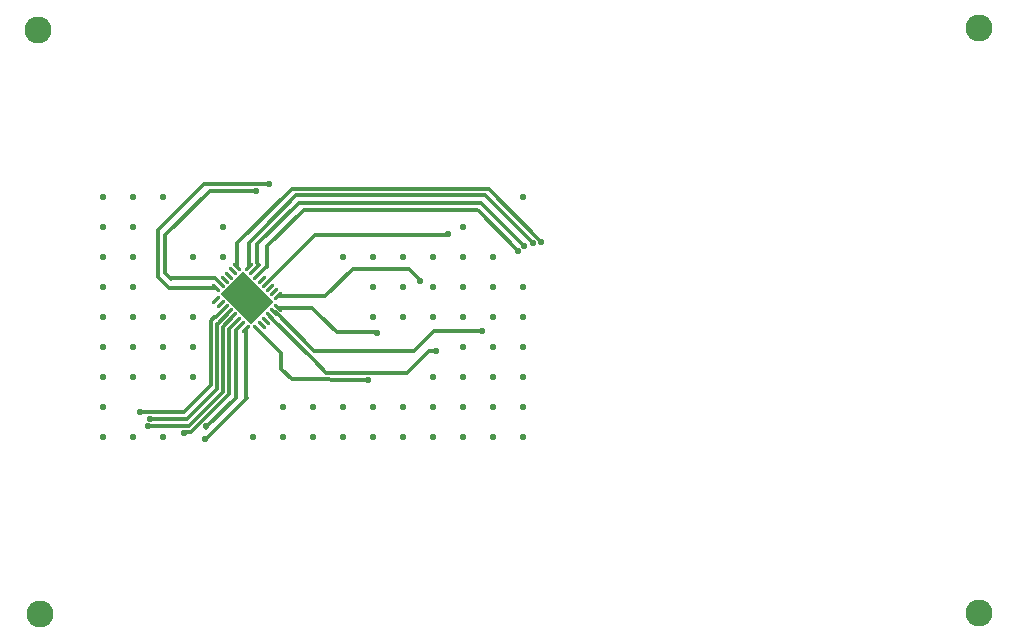
<source format=gbr>
%TF.GenerationSoftware,KiCad,Pcbnew,7.0.8*%
%TF.CreationDate,2023-11-15T14:15:30+01:00*%
%TF.ProjectId,tarjeta-rev1,7461726a-6574-4612-9d72-6576312e6b69,rev?*%
%TF.SameCoordinates,Original*%
%TF.FileFunction,Copper,L1,Top*%
%TF.FilePolarity,Positive*%
%FSLAX46Y46*%
G04 Gerber Fmt 4.6, Leading zero omitted, Abs format (unit mm)*
G04 Created by KiCad (PCBNEW 7.0.8) date 2023-11-15 14:15:30*
%MOMM*%
%LPD*%
G01*
G04 APERTURE LIST*
G04 Aperture macros list*
%AMRoundRect*
0 Rectangle with rounded corners*
0 $1 Rounding radius*
0 $2 $3 $4 $5 $6 $7 $8 $9 X,Y pos of 4 corners*
0 Add a 4 corners polygon primitive as box body*
4,1,4,$2,$3,$4,$5,$6,$7,$8,$9,$2,$3,0*
0 Add four circle primitives for the rounded corners*
1,1,$1+$1,$2,$3*
1,1,$1+$1,$4,$5*
1,1,$1+$1,$6,$7*
1,1,$1+$1,$8,$9*
0 Add four rect primitives between the rounded corners*
20,1,$1+$1,$2,$3,$4,$5,0*
20,1,$1+$1,$4,$5,$6,$7,0*
20,1,$1+$1,$6,$7,$8,$9,0*
20,1,$1+$1,$8,$9,$2,$3,0*%
%AMRotRect*
0 Rectangle, with rotation*
0 The origin of the aperture is its center*
0 $1 length*
0 $2 width*
0 $3 Rotation angle, in degrees counterclockwise*
0 Add horizontal line*
21,1,$1,$2,0,0,$3*%
G04 Aperture macros list end*
%TA.AperFunction,WasherPad*%
%ADD10C,2.286000*%
%TD*%
%TA.AperFunction,SMDPad,CuDef*%
%ADD11RoundRect,0.062500X-0.212132X-0.300520X0.300520X0.212132X0.212132X0.300520X-0.300520X-0.212132X0*%
%TD*%
%TA.AperFunction,SMDPad,CuDef*%
%ADD12RoundRect,0.062500X0.212132X-0.300520X0.300520X-0.212132X-0.212132X0.300520X-0.300520X0.212132X0*%
%TD*%
%TA.AperFunction,SMDPad,CuDef*%
%ADD13RotRect,2.650000X3.650000X45.000000*%
%TD*%
%TA.AperFunction,ViaPad*%
%ADD14C,0.550000*%
%TD*%
%TA.AperFunction,Conductor*%
%ADD15C,0.300000*%
%TD*%
G04 APERTURE END LIST*
D10*
%TO.P,REF\u002A\u002A,*%
%TO.N,*%
X585900000Y-161100000D03*
X586100000Y-210600000D03*
X665600000Y-161000000D03*
X665600000Y-210500000D03*
D11*
%TO.P,REF\u002A\u002A,1*%
%TO.N,N/C*%
X601030152Y-183982628D03*
%TO.P,REF\u002A\u002A,2*%
X601383705Y-184336182D03*
%TO.P,REF\u002A\u002A,3*%
X601737259Y-184689735D03*
%TO.P,REF\u002A\u002A,4*%
X602090812Y-185043289D03*
%TO.P,REF\u002A\u002A,5*%
X602444365Y-185396842D03*
%TO.P,REF\u002A\u002A,6*%
X602797919Y-185750395D03*
%TO.P,REF\u002A\u002A,7*%
X603151472Y-186103949D03*
%TO.P,REF\u002A\u002A,8*%
X603505026Y-186457502D03*
D12*
%TO.P,REF\u002A\u002A,9*%
X604494975Y-186457502D03*
%TO.P,REF\u002A\u002A,10*%
X604848529Y-186103949D03*
%TO.P,REF\u002A\u002A,11*%
X605202082Y-185750395D03*
%TO.P,REF\u002A\u002A,12*%
X605555635Y-185396842D03*
%TO.P,REF\u002A\u002A,13*%
X605909189Y-185043289D03*
%TO.P,REF\u002A\u002A,14*%
X606262742Y-184689735D03*
D11*
%TO.P,REF\u002A\u002A,15*%
X606262742Y-183699786D03*
%TO.P,REF\u002A\u002A,16*%
X605909189Y-183346232D03*
%TO.P,REF\u002A\u002A,17*%
X605555635Y-182992679D03*
%TO.P,REF\u002A\u002A,18*%
X605202082Y-182639125D03*
%TO.P,REF\u002A\u002A,19*%
X604848529Y-182285572D03*
%TO.P,REF\u002A\u002A,20*%
X604494975Y-181932019D03*
%TO.P,REF\u002A\u002A,21*%
X604141422Y-181578465D03*
%TO.P,REF\u002A\u002A,22*%
X603787868Y-181224912D03*
D12*
%TO.P,REF\u002A\u002A,23*%
X602797919Y-181224912D03*
%TO.P,REF\u002A\u002A,24*%
X602444365Y-181578465D03*
%TO.P,REF\u002A\u002A,25*%
X602090812Y-181932019D03*
%TO.P,REF\u002A\u002A,26*%
X601737259Y-182285572D03*
%TO.P,REF\u002A\u002A,27*%
X601383705Y-182639125D03*
%TO.P,REF\u002A\u002A,28*%
X601030152Y-182992679D03*
D13*
%TO.P,REF\u002A\u002A,29*%
X603646447Y-183841207D03*
%TD*%
D14*
%TO.N,*%
X626953062Y-182899689D03*
X613850000Y-190750000D03*
X605500000Y-174150000D03*
X591393062Y-182899689D03*
X614253062Y-185439689D03*
X619333062Y-193059689D03*
X593933062Y-175279689D03*
X621873062Y-180359689D03*
X596473062Y-187979689D03*
X600150000Y-194700000D03*
X593933062Y-195599689D03*
X593933062Y-185439689D03*
X609173062Y-195599689D03*
X616793062Y-180359689D03*
X614253062Y-195599689D03*
X621873062Y-190519689D03*
X591393062Y-187979689D03*
X626953062Y-175279689D03*
X628550000Y-179050000D03*
X604350000Y-174750000D03*
X614253062Y-182899689D03*
X621873062Y-185439689D03*
X591393062Y-190519689D03*
X614253062Y-180359689D03*
X619333062Y-182899689D03*
X623550000Y-186650000D03*
X604093062Y-195599689D03*
X591393062Y-175279689D03*
X596473062Y-190519689D03*
X591393062Y-185439689D03*
X624413062Y-195599689D03*
X616793062Y-193059689D03*
X598250000Y-195250000D03*
X596473062Y-185439689D03*
X599013062Y-190519689D03*
X606633062Y-193059689D03*
X626953062Y-187979689D03*
X591393062Y-177819689D03*
X619333062Y-195599689D03*
X599013062Y-185439689D03*
X593933062Y-187979689D03*
X621873062Y-195599689D03*
X627100000Y-179450000D03*
X624413062Y-182899689D03*
X593933062Y-177819689D03*
X624413062Y-185439689D03*
X591393062Y-180359689D03*
X599013062Y-187979689D03*
X626953062Y-195599689D03*
X593933062Y-182899689D03*
X624413062Y-180359689D03*
X619333062Y-180359689D03*
X599013062Y-180359689D03*
X591393062Y-195599689D03*
X609173062Y-193059689D03*
X624413062Y-187979689D03*
X593933062Y-190519689D03*
X619333062Y-185439689D03*
X611713062Y-180359689D03*
X596473062Y-175279689D03*
X614600000Y-186800000D03*
X620650000Y-178450000D03*
X593933062Y-180359689D03*
X594550000Y-193450000D03*
X611713062Y-195599689D03*
X626953062Y-190519689D03*
X626953062Y-185439689D03*
X624413062Y-190519689D03*
X621873062Y-193059689D03*
X621873062Y-187979689D03*
X606633062Y-195599689D03*
X619333062Y-190519689D03*
X595400000Y-194100000D03*
X601553062Y-177819689D03*
X621873062Y-177819689D03*
X596473062Y-195599689D03*
X591393062Y-193059689D03*
X619650000Y-188300000D03*
X600050000Y-195800000D03*
X624413062Y-193059689D03*
X616793062Y-185439689D03*
X616793062Y-182899689D03*
X601553062Y-180359689D03*
X616793062Y-195599689D03*
X595250000Y-194700000D03*
X626953062Y-193059689D03*
X626549454Y-179822596D03*
X614253062Y-193059689D03*
X611713062Y-193059689D03*
X618250000Y-182350000D03*
X627800000Y-179200000D03*
X621873062Y-182899689D03*
%TD*%
D15*
%TO.N,*%
X618250000Y-182350000D02*
X618300000Y-182350000D01*
X618350000Y-175150000D02*
X623750000Y-175150000D01*
X609139735Y-184689735D02*
X609800000Y-185350000D01*
X601550000Y-186291207D02*
X601550000Y-186400000D01*
X608550000Y-176350000D02*
X623100000Y-176350000D01*
X595400000Y-194100000D02*
X595450000Y-194100000D01*
X617200000Y-190150000D02*
X619050000Y-188300000D01*
X602700000Y-186555421D02*
X602700000Y-186600000D01*
X600550000Y-187000000D02*
X600550000Y-191200000D01*
X601383705Y-182639125D02*
X600900000Y-182155420D01*
X602100000Y-186448314D02*
X602100000Y-186450000D01*
X603787868Y-179162132D02*
X605000000Y-177950000D01*
X601030152Y-182992679D02*
X596992679Y-182992679D01*
X607800000Y-175150000D02*
X618350000Y-175150000D01*
X595250000Y-194700000D02*
X595300000Y-194650000D01*
X598900000Y-195200000D02*
X598400000Y-195200000D01*
X597200000Y-182250000D02*
X596700000Y-181750000D01*
X602650000Y-192300000D02*
X600250000Y-194700000D01*
X605300000Y-179500000D02*
X605350000Y-179450000D01*
X596050000Y-182050000D02*
X596050000Y-178100000D01*
X628550000Y-179050000D02*
X628600000Y-179100000D01*
X600900000Y-182150000D02*
X597300000Y-182150000D01*
X609341207Y-178500000D02*
X609400000Y-178500000D01*
X600150000Y-194800000D02*
X600250000Y-194700000D01*
X606262742Y-184689735D02*
X609139735Y-184689735D01*
X601100000Y-186000000D02*
X601100000Y-191500000D01*
X598500000Y-194100000D02*
X595400000Y-194100000D01*
X596700000Y-178500000D02*
X600450000Y-174750000D01*
X603151472Y-186103949D02*
X602700000Y-186555421D01*
X606262742Y-183699786D02*
X610250214Y-183699786D01*
X609400000Y-178500000D02*
X620600000Y-178500000D01*
X602700000Y-186600000D02*
X602700000Y-192250000D01*
X598300000Y-195200000D02*
X598350000Y-195200000D01*
X602797919Y-185750395D02*
X602100000Y-186448314D01*
X594600000Y-193500000D02*
X594650000Y-193500000D01*
X607400000Y-190700000D02*
X613850000Y-190750000D01*
X605000000Y-177950000D02*
X607800000Y-175150000D01*
X623500000Y-186600000D02*
X623550000Y-186650000D01*
X600250000Y-191500000D02*
X598250000Y-193500000D01*
X606600000Y-189900000D02*
X607400000Y-190700000D01*
X604507502Y-186457502D02*
X606500000Y-188450000D01*
X600050000Y-195800000D02*
X600000000Y-195800000D01*
X627100000Y-179450000D02*
X627150000Y-179450000D01*
X594700000Y-193500000D02*
X594550000Y-193450000D01*
X610250214Y-183699786D02*
X612600000Y-181350000D01*
X600050000Y-192550000D02*
X598500000Y-194100000D01*
X618250000Y-182300000D02*
X618250000Y-182350000D01*
X600550000Y-185750000D02*
X600550000Y-187000000D01*
X604650000Y-181000000D02*
X604500000Y-180850000D01*
X612600000Y-181350000D02*
X617300000Y-181350000D01*
X603787868Y-181224912D02*
X603787868Y-179162132D01*
X603505026Y-186457502D02*
X603505026Y-192205026D01*
X597300000Y-182150000D02*
X597200000Y-182250000D01*
X600900000Y-182155420D02*
X600900000Y-182150000D01*
X608450000Y-176350000D02*
X608550000Y-176350000D01*
X602090812Y-185043289D02*
X601134101Y-186000000D01*
X611200000Y-186750000D02*
X611800000Y-186750000D01*
X602100000Y-186450000D02*
X602100000Y-192000000D01*
X600150000Y-194700000D02*
X600150000Y-194800000D01*
X602797919Y-181224912D02*
X602797919Y-179202081D01*
X617750000Y-188300000D02*
X619450000Y-186600000D01*
X609350000Y-189200000D02*
X610300000Y-190150000D01*
X601134101Y-186000000D02*
X601100000Y-186000000D01*
X618300000Y-182350000D02*
X618300000Y-182350000D01*
X602700000Y-192250000D02*
X602650000Y-192300000D01*
X594550000Y-193450000D02*
X594600000Y-193500000D01*
X603505026Y-192205026D02*
X603600000Y-192300000D01*
X617300000Y-181350000D02*
X618250000Y-182300000D01*
X600450000Y-174750000D02*
X604350000Y-174750000D01*
X609300000Y-188300000D02*
X616950000Y-188300000D01*
X602444365Y-185396842D02*
X601550000Y-186291207D01*
X605350000Y-179450000D02*
X608450000Y-176350000D01*
X597800000Y-193500000D02*
X594700000Y-193500000D01*
X605202082Y-182639125D02*
X609341207Y-178500000D01*
X608050000Y-175750000D02*
X609650000Y-175750000D01*
X598400000Y-195200000D02*
X598250000Y-195250000D01*
X601550000Y-186400000D02*
X601550000Y-191800000D01*
X600100000Y-195800000D02*
X600050000Y-195800000D01*
X606500000Y-188450000D02*
X606500000Y-189800000D01*
X623450000Y-175750000D02*
X627100000Y-179400000D01*
X627150000Y-179450000D02*
X627150000Y-179450000D01*
X602797919Y-179202081D02*
X607350000Y-174650000D01*
X605226994Y-181200000D02*
X605300000Y-181200000D01*
X604494975Y-186457502D02*
X604507502Y-186457502D01*
X604141422Y-181578465D02*
X604650000Y-181069887D01*
X604350000Y-174750000D02*
X604400000Y-174750000D01*
X610300000Y-190150000D02*
X617200000Y-190150000D01*
X616950000Y-188300000D02*
X617750000Y-188300000D01*
X611800000Y-186750000D02*
X614550000Y-186750000D01*
X626600000Y-179850000D02*
X626650000Y-179850000D01*
X627100000Y-179400000D02*
X627100000Y-179450000D01*
X603600000Y-192300000D02*
X600225000Y-195675000D01*
X596992679Y-182992679D02*
X596050000Y-182050000D01*
X619450000Y-186600000D02*
X623500000Y-186600000D01*
X614550000Y-186750000D02*
X614600000Y-186800000D01*
X627800000Y-179200000D02*
X627850000Y-179250000D01*
X598250000Y-195250000D02*
X598300000Y-195200000D01*
X619050000Y-188300000D02*
X619650000Y-188300000D01*
X620650000Y-178450000D02*
X620700000Y-178400000D01*
X613850000Y-190750000D02*
X613850000Y-190700000D01*
X604500000Y-179300000D02*
X608050000Y-175750000D01*
X601350000Y-192750000D02*
X598900000Y-195200000D01*
X609800000Y-185350000D02*
X611200000Y-186750000D01*
X596700000Y-181750000D02*
X596700000Y-181500000D01*
X605500000Y-174150000D02*
X605500000Y-174200000D01*
X598700000Y-194650000D02*
X595250000Y-194700000D01*
X596050000Y-178100000D02*
X597750000Y-176400000D01*
X607350000Y-174650000D02*
X607400000Y-174600000D01*
X624100000Y-174600000D02*
X628550000Y-179050000D01*
X600250000Y-194700000D02*
X600150000Y-194700000D01*
X597750000Y-176400000D02*
X599950000Y-174200000D01*
X609050000Y-188050000D02*
X609300000Y-188300000D01*
X609650000Y-175750000D02*
X623450000Y-175750000D01*
X620600000Y-178500000D02*
X620650000Y-178450000D01*
X623250000Y-176500000D02*
X626600000Y-179850000D01*
X606500000Y-189800000D02*
X606600000Y-189900000D01*
X596700000Y-181500000D02*
X596700000Y-178500000D01*
X607400000Y-174600000D02*
X623900000Y-174600000D01*
X602100000Y-192000000D02*
X601350000Y-192750000D01*
X606043289Y-185043289D02*
X609050000Y-188050000D01*
X604500000Y-180850000D02*
X604500000Y-179300000D01*
X605909189Y-185043289D02*
X606043289Y-185043289D01*
X604650000Y-181069887D02*
X604650000Y-181000000D01*
X623750000Y-175150000D02*
X627800000Y-179200000D01*
X604494975Y-181932019D02*
X605226994Y-181200000D01*
X601550000Y-191800000D02*
X598700000Y-194650000D01*
X623900000Y-174600000D02*
X624100000Y-174600000D01*
X605300000Y-181200000D02*
X605300000Y-179500000D01*
X599950000Y-174200000D02*
X605500000Y-174150000D01*
X605555635Y-185396842D02*
X605555635Y-185405635D01*
X600550000Y-191200000D02*
X600250000Y-191500000D01*
X623100000Y-176350000D02*
X623250000Y-176500000D01*
X598250000Y-193500000D02*
X597800000Y-193500000D01*
X605555635Y-185405635D02*
X609350000Y-189200000D01*
X600976994Y-185450000D02*
X600850000Y-185450000D01*
X600850000Y-185450000D02*
X600550000Y-185750000D01*
X601100000Y-191500000D02*
X600050000Y-192550000D01*
X601737259Y-184689735D02*
X600976994Y-185450000D01*
%TD*%
M02*

</source>
